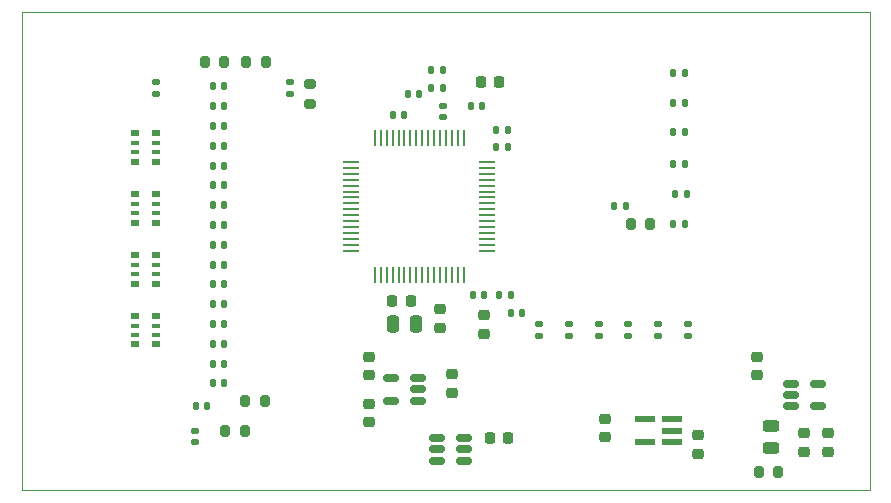
<source format=gbr>
%TF.GenerationSoftware,KiCad,Pcbnew,9.0.5-1.fc42*%
%TF.CreationDate,2025-11-11T18:34:47+01:00*%
%TF.ProjectId,bioamplifier,62696f61-6d70-46c6-9966-6965722e6b69,rev?*%
%TF.SameCoordinates,Original*%
%TF.FileFunction,Paste,Top*%
%TF.FilePolarity,Positive*%
%FSLAX46Y46*%
G04 Gerber Fmt 4.6, Leading zero omitted, Abs format (unit mm)*
G04 Created by KiCad (PCBNEW 9.0.5-1.fc42) date 2025-11-11 18:34:47*
%MOMM*%
%LPD*%
G01*
G04 APERTURE LIST*
G04 Aperture macros list*
%AMRoundRect*
0 Rectangle with rounded corners*
0 $1 Rounding radius*
0 $2 $3 $4 $5 $6 $7 $8 $9 X,Y pos of 4 corners*
0 Add a 4 corners polygon primitive as box body*
4,1,4,$2,$3,$4,$5,$6,$7,$8,$9,$2,$3,0*
0 Add four circle primitives for the rounded corners*
1,1,$1+$1,$2,$3*
1,1,$1+$1,$4,$5*
1,1,$1+$1,$6,$7*
1,1,$1+$1,$8,$9*
0 Add four rect primitives between the rounded corners*
20,1,$1+$1,$2,$3,$4,$5,0*
20,1,$1+$1,$4,$5,$6,$7,0*
20,1,$1+$1,$6,$7,$8,$9,0*
20,1,$1+$1,$8,$9,$2,$3,0*%
G04 Aperture macros list end*
%ADD10R,1.805236X0.612132*%
%ADD11RoundRect,0.135000X-0.185000X0.135000X-0.185000X-0.135000X0.185000X-0.135000X0.185000X0.135000X0*%
%ADD12RoundRect,0.140000X0.140000X0.170000X-0.140000X0.170000X-0.140000X-0.170000X0.140000X-0.170000X0*%
%ADD13R,0.800000X0.500000*%
%ADD14R,0.800000X0.400000*%
%ADD15RoundRect,0.200000X-0.200000X-0.275000X0.200000X-0.275000X0.200000X0.275000X-0.200000X0.275000X0*%
%ADD16RoundRect,0.225000X-0.250000X0.225000X-0.250000X-0.225000X0.250000X-0.225000X0.250000X0.225000X0*%
%ADD17RoundRect,0.200000X0.200000X0.275000X-0.200000X0.275000X-0.200000X-0.275000X0.200000X-0.275000X0*%
%ADD18RoundRect,0.135000X-0.135000X-0.185000X0.135000X-0.185000X0.135000X0.185000X-0.135000X0.185000X0*%
%ADD19RoundRect,0.147500X0.147500X0.172500X-0.147500X0.172500X-0.147500X-0.172500X0.147500X-0.172500X0*%
%ADD20RoundRect,0.140000X-0.170000X0.140000X-0.170000X-0.140000X0.170000X-0.140000X0.170000X0.140000X0*%
%ADD21RoundRect,0.140000X-0.140000X-0.170000X0.140000X-0.170000X0.140000X0.170000X-0.140000X0.170000X0*%
%ADD22RoundRect,0.150000X0.512500X0.150000X-0.512500X0.150000X-0.512500X-0.150000X0.512500X-0.150000X0*%
%ADD23RoundRect,0.150000X-0.512500X-0.150000X0.512500X-0.150000X0.512500X0.150000X-0.512500X0.150000X0*%
%ADD24RoundRect,0.140000X0.170000X-0.140000X0.170000X0.140000X-0.170000X0.140000X-0.170000X-0.140000X0*%
%ADD25RoundRect,0.250000X0.250000X0.475000X-0.250000X0.475000X-0.250000X-0.475000X0.250000X-0.475000X0*%
%ADD26RoundRect,0.225000X0.250000X-0.225000X0.250000X0.225000X-0.250000X0.225000X-0.250000X-0.225000X0*%
%ADD27R,1.346200X0.279400*%
%ADD28R,0.279400X1.346200*%
%ADD29RoundRect,0.200000X0.275000X-0.200000X0.275000X0.200000X-0.275000X0.200000X-0.275000X-0.200000X0*%
%ADD30RoundRect,0.225000X-0.225000X-0.250000X0.225000X-0.250000X0.225000X0.250000X-0.225000X0.250000X0*%
%ADD31RoundRect,0.243750X0.456250X-0.243750X0.456250X0.243750X-0.456250X0.243750X-0.456250X-0.243750X0*%
%ADD32RoundRect,0.225000X0.225000X0.250000X-0.225000X0.250000X-0.225000X-0.250000X0.225000X-0.250000X0*%
%TA.AperFunction,Profile*%
%ADD33C,0.100000*%
%TD*%
G04 APERTURE END LIST*
D10*
%TO.C,U8*%
X105650483Y-108450001D03*
X105650483Y-107500000D03*
X105650483Y-106549999D03*
X103349517Y-106549999D03*
X103349517Y-108450001D03*
%TD*%
D11*
%TO.C,R14*%
X94385557Y-98490000D03*
X94385557Y-99510000D03*
%TD*%
D12*
%TO.C,C17*%
X67750000Y-83376709D03*
X66790000Y-83376709D03*
%TD*%
D13*
%TO.C,RN4*%
X62000000Y-84723435D03*
D14*
X62000000Y-83923435D03*
X62000000Y-83123435D03*
D13*
X62000000Y-82323435D03*
X60200000Y-82323435D03*
D14*
X60200000Y-83123435D03*
X60200000Y-83923435D03*
D13*
X60200000Y-84723435D03*
%TD*%
D15*
%TO.C,R22*%
X66100000Y-76250000D03*
X67750000Y-76250000D03*
%TD*%
D11*
%TO.C,R10*%
X104477111Y-98490000D03*
X104477111Y-99510000D03*
%TD*%
D16*
%TO.C,C5*%
X89750000Y-97725000D03*
X89750000Y-99275000D03*
%TD*%
D12*
%TO.C,C16*%
X67750000Y-88407532D03*
X66790000Y-88407532D03*
%TD*%
D17*
%TO.C,R15*%
X114650000Y-111000000D03*
X113000000Y-111000000D03*
%TD*%
D12*
%TO.C,C4*%
X89730000Y-96000000D03*
X88770000Y-96000000D03*
%TD*%
D18*
%TO.C,R7*%
X105912865Y-87422865D03*
X106932865Y-87422865D03*
%TD*%
%TO.C,R8*%
X105740000Y-90000000D03*
X106760000Y-90000000D03*
%TD*%
D12*
%TO.C,C32*%
X67750000Y-80022827D03*
X66790000Y-80022827D03*
%TD*%
D19*
%TO.C,D1*%
X101735000Y-88500000D03*
X100765000Y-88500000D03*
%TD*%
D20*
%TO.C,C23*%
X86250000Y-80020000D03*
X86250000Y-80980000D03*
%TD*%
D16*
%TO.C,C25*%
X107849517Y-107900001D03*
X107849517Y-109450001D03*
%TD*%
D12*
%TO.C,C21*%
X91980000Y-96000000D03*
X91020000Y-96000000D03*
%TD*%
%TO.C,C13*%
X67750000Y-96792236D03*
X66790000Y-96792236D03*
%TD*%
D21*
%TO.C,C20*%
X90770000Y-82000000D03*
X91730000Y-82000000D03*
%TD*%
D22*
%TO.C,U7*%
X84137500Y-104950000D03*
X84137500Y-104000000D03*
X84137500Y-103050000D03*
X81862500Y-103050000D03*
X81862500Y-104950000D03*
%TD*%
D13*
%TO.C,RN1*%
X62000000Y-100200000D03*
D14*
X62000000Y-99400000D03*
X62000000Y-98600000D03*
D13*
X62000000Y-97800000D03*
X60200000Y-97800000D03*
D14*
X60200000Y-98600000D03*
X60200000Y-99400000D03*
D13*
X60200000Y-100200000D03*
%TD*%
D21*
%TO.C,C1*%
X92020000Y-97500000D03*
X92980000Y-97500000D03*
%TD*%
D23*
%TO.C,U6*%
X115725000Y-103550000D03*
X115725000Y-104500000D03*
X115725000Y-105450000D03*
X118000000Y-105450000D03*
X118000000Y-103550000D03*
%TD*%
D11*
%TO.C,R11*%
X101954223Y-98490000D03*
X101954223Y-99510000D03*
%TD*%
D15*
%TO.C,R2*%
X67845000Y-107500000D03*
X69495000Y-107500000D03*
%TD*%
D20*
%TO.C,C37*%
X65250000Y-107520000D03*
X65250000Y-108480000D03*
%TD*%
D24*
%TO.C,C39*%
X62000000Y-78960000D03*
X62000000Y-78000000D03*
%TD*%
D12*
%TO.C,C38*%
X66305000Y-105418850D03*
X65345000Y-105418850D03*
%TD*%
%TO.C,C33*%
X67750000Y-78345886D03*
X66790000Y-78345886D03*
%TD*%
D25*
%TO.C,C9*%
X83950000Y-98500000D03*
X82050000Y-98500000D03*
%TD*%
D26*
%TO.C,C44*%
X80000000Y-102775000D03*
X80000000Y-101225000D03*
%TD*%
D12*
%TO.C,C36*%
X67750000Y-98469177D03*
X66790000Y-98469177D03*
%TD*%
D26*
%TO.C,C42*%
X87000000Y-104275000D03*
X87000000Y-102725000D03*
%TD*%
D12*
%TO.C,C35*%
X67750000Y-91761413D03*
X66790000Y-91761413D03*
%TD*%
D16*
%TO.C,C41*%
X116862500Y-107725000D03*
X116862500Y-109275000D03*
%TD*%
D12*
%TO.C,C18*%
X67750000Y-81699768D03*
X66790000Y-81699768D03*
%TD*%
%TO.C,C26*%
X67750000Y-100146118D03*
X66790000Y-100146118D03*
%TD*%
D11*
%TO.C,R13*%
X96908446Y-98490000D03*
X96908446Y-99510000D03*
%TD*%
D12*
%TO.C,C31*%
X67750000Y-85053650D03*
X66790000Y-85053650D03*
%TD*%
%TO.C,C34*%
X67750000Y-93438354D03*
X66790000Y-93438354D03*
%TD*%
%TO.C,C14*%
X67750000Y-95115295D03*
X66790000Y-95115295D03*
%TD*%
D11*
%TO.C,R9*%
X107000000Y-98490000D03*
X107000000Y-99510000D03*
%TD*%
D27*
%TO.C,U1*%
X78471500Y-84750000D03*
X78471500Y-85249999D03*
X78471500Y-85750000D03*
X78471500Y-86249999D03*
X78471500Y-86750001D03*
X78471500Y-87250000D03*
X78471500Y-87749999D03*
X78471500Y-88250000D03*
X78471500Y-88750000D03*
X78471500Y-89250001D03*
X78471500Y-89750000D03*
X78471500Y-90249999D03*
X78471500Y-90750001D03*
X78471500Y-91250000D03*
X78471500Y-91750001D03*
X78471500Y-92250000D03*
D28*
X80500000Y-94278500D03*
X80999999Y-94278500D03*
X81500000Y-94278500D03*
X81999999Y-94278500D03*
X82500001Y-94278500D03*
X83000000Y-94278500D03*
X83499999Y-94278500D03*
X84000000Y-94278500D03*
X84500000Y-94278500D03*
X85000001Y-94278500D03*
X85500000Y-94278500D03*
X85999999Y-94278500D03*
X86500001Y-94278500D03*
X87000000Y-94278500D03*
X87500001Y-94278500D03*
X88000000Y-94278500D03*
D27*
X90028500Y-92250000D03*
X90028500Y-91750001D03*
X90028500Y-91250000D03*
X90028500Y-90750001D03*
X90028500Y-90249999D03*
X90028500Y-89750000D03*
X90028500Y-89250001D03*
X90028500Y-88750000D03*
X90028500Y-88250000D03*
X90028500Y-87749999D03*
X90028500Y-87250000D03*
X90028500Y-86750001D03*
X90028500Y-86249999D03*
X90028500Y-85750000D03*
X90028500Y-85249999D03*
X90028500Y-84750000D03*
D28*
X88000000Y-82721500D03*
X87500001Y-82721500D03*
X87000000Y-82721500D03*
X86500001Y-82721500D03*
X85999999Y-82721500D03*
X85500000Y-82721500D03*
X85000001Y-82721500D03*
X84500000Y-82721500D03*
X84000000Y-82721500D03*
X83499999Y-82721500D03*
X83000000Y-82721500D03*
X82500001Y-82721500D03*
X81999999Y-82721500D03*
X81500000Y-82721500D03*
X80999999Y-82721500D03*
X80500000Y-82721500D03*
%TD*%
D21*
%TO.C,C7*%
X85270000Y-77000000D03*
X86230000Y-77000000D03*
%TD*%
D12*
%TO.C,C11*%
X67750000Y-103500000D03*
X66790000Y-103500000D03*
%TD*%
D15*
%TO.C,R20*%
X69500000Y-105000000D03*
X71150000Y-105000000D03*
%TD*%
D29*
%TO.C,R18*%
X75000000Y-79825000D03*
X75000000Y-78175000D03*
%TD*%
D21*
%TO.C,C19*%
X90770000Y-83500000D03*
X91730000Y-83500000D03*
%TD*%
%TO.C,C22*%
X82020000Y-80750000D03*
X82980000Y-80750000D03*
%TD*%
D12*
%TO.C,C28*%
X67750000Y-86730591D03*
X66790000Y-86730591D03*
%TD*%
D18*
%TO.C,R3*%
X105740000Y-77250000D03*
X106760000Y-77250000D03*
%TD*%
%TO.C,R5*%
X105740000Y-82250000D03*
X106760000Y-82250000D03*
%TD*%
D20*
%TO.C,C30*%
X73305000Y-78000000D03*
X73305000Y-78960000D03*
%TD*%
D30*
%TO.C,C3*%
X89475000Y-78000000D03*
X91025000Y-78000000D03*
%TD*%
%TO.C,C46*%
X90225000Y-108087500D03*
X91775000Y-108087500D03*
%TD*%
D21*
%TO.C,C6*%
X85270000Y-78500000D03*
X86230000Y-78500000D03*
%TD*%
D16*
%TO.C,C43*%
X80000000Y-105225000D03*
X80000000Y-106775000D03*
%TD*%
%TO.C,C27*%
X112862500Y-101225000D03*
X112862500Y-102775000D03*
%TD*%
D15*
%TO.C,R17*%
X69600000Y-76250000D03*
X71250000Y-76250000D03*
%TD*%
D21*
%TO.C,C2*%
X88615000Y-80000000D03*
X89575000Y-80000000D03*
%TD*%
D23*
%TO.C,U11*%
X85725000Y-108137500D03*
X85725000Y-109087500D03*
X85725000Y-110037500D03*
X88000000Y-110037500D03*
X88000000Y-109087500D03*
X88000000Y-108137500D03*
%TD*%
D16*
%TO.C,C29*%
X118862500Y-107725000D03*
X118862500Y-109275000D03*
%TD*%
D12*
%TO.C,C12*%
X67750000Y-101823059D03*
X66790000Y-101823059D03*
%TD*%
%TO.C,C15*%
X67750000Y-90084473D03*
X66790000Y-90084473D03*
%TD*%
D11*
%TO.C,R12*%
X99431334Y-98490000D03*
X99431334Y-99510000D03*
%TD*%
D12*
%TO.C,C24*%
X84230000Y-79000000D03*
X83270000Y-79000000D03*
%TD*%
D31*
%TO.C,D2*%
X114062500Y-108937500D03*
X114062500Y-107062500D03*
%TD*%
D13*
%TO.C,RN3*%
X62000000Y-95041145D03*
D14*
X62000000Y-94241145D03*
X62000000Y-93441145D03*
D13*
X62000000Y-92641145D03*
X60200000Y-92641145D03*
D14*
X60200000Y-93441145D03*
X60200000Y-94241145D03*
D13*
X60200000Y-95041145D03*
%TD*%
D32*
%TO.C,C10*%
X83525000Y-96500000D03*
X81975000Y-96500000D03*
%TD*%
D15*
%TO.C,R1*%
X102175000Y-90000000D03*
X103825000Y-90000000D03*
%TD*%
D18*
%TO.C,R6*%
X105766826Y-84904542D03*
X106786826Y-84904542D03*
%TD*%
D26*
%TO.C,C40*%
X100000000Y-108050000D03*
X100000000Y-106500000D03*
%TD*%
D16*
%TO.C,C8*%
X86000000Y-97225000D03*
X86000000Y-98775000D03*
%TD*%
D18*
%TO.C,R4*%
X105750000Y-79750000D03*
X106770000Y-79750000D03*
%TD*%
D13*
%TO.C,RN2*%
X62000000Y-89882290D03*
D14*
X62000000Y-89082290D03*
X62000000Y-88282290D03*
D13*
X62000000Y-87482290D03*
X60200000Y-87482290D03*
D14*
X60200000Y-88282290D03*
X60200000Y-89082290D03*
D13*
X60200000Y-89882290D03*
%TD*%
D33*
X50601596Y-72042903D02*
X122375000Y-72042903D01*
X122375000Y-112556276D01*
X50601596Y-112556276D01*
X50601596Y-72042903D01*
M02*

</source>
